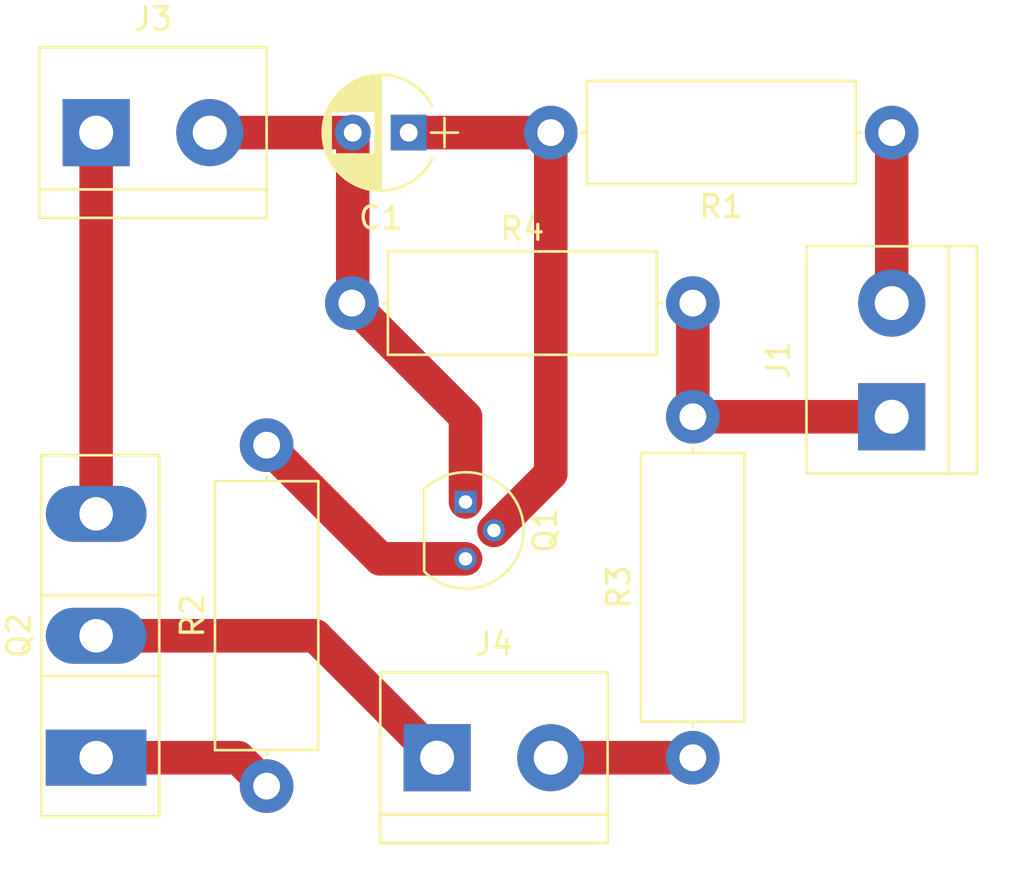
<source format=kicad_pcb>
(kicad_pcb (version 4) (host pcbnew 4.0.7)

  (general
    (links 13)
    (no_connects 0)
    (area 90.21 49.825 136.965 90.13)
    (thickness 1.6)
    (drawings 0)
    (tracks 19)
    (zones 0)
    (modules 10)
    (nets 10)
  )

  (page A4)
  (layers
    (0 F.Cu signal)
    (31 B.Cu signal)
    (32 B.Adhes user)
    (33 F.Adhes user)
    (34 B.Paste user)
    (35 F.Paste user)
    (36 B.SilkS user)
    (37 F.SilkS user)
    (38 B.Mask user)
    (39 F.Mask user)
    (40 Dwgs.User user)
    (41 Cmts.User user)
    (42 Eco1.User user)
    (43 Eco2.User user)
    (44 Edge.Cuts user)
    (45 Margin user)
    (46 B.CrtYd user)
    (47 F.CrtYd user)
    (48 B.Fab user)
    (49 F.Fab user)
  )

  (setup
    (last_trace_width 1.5)
    (trace_clearance 0.2)
    (zone_clearance 0.508)
    (zone_45_only no)
    (trace_min 0.2)
    (segment_width 0.2)
    (edge_width 0.15)
    (via_size 1.5)
    (via_drill 0.9)
    (via_min_size 0.4)
    (via_min_drill 0.3)
    (uvia_size 0.3)
    (uvia_drill 0.1)
    (uvias_allowed no)
    (uvia_min_size 0.2)
    (uvia_min_drill 0.1)
    (pcb_text_width 0.3)
    (pcb_text_size 1.5 1.5)
    (mod_edge_width 0.15)
    (mod_text_size 1 1)
    (mod_text_width 0.15)
    (pad_size 1.524 1.524)
    (pad_drill 0.762)
    (pad_to_mask_clearance 0.2)
    (aux_axis_origin 92.71 87.63)
    (visible_elements FFFFFF7F)
    (pcbplotparams
      (layerselection 0x00000_00000001)
      (usegerberextensions false)
      (excludeedgelayer true)
      (linewidth 0.100000)
      (plotframeref false)
      (viasonmask false)
      (mode 1)
      (useauxorigin true)
      (hpglpennumber 1)
      (hpglpenspeed 20)
      (hpglpendiameter 15)
      (hpglpenoverlay 2)
      (psnegative false)
      (psa4output false)
      (plotreference true)
      (plotvalue true)
      (plotinvisibletext false)
      (padsonsilk false)
      (subtractmaskfromsilk false)
      (outputformat 1)
      (mirror false)
      (drillshape 0)
      (scaleselection 1)
      (outputdirectory ./output))
  )

  (net 0 "")
  (net 1 "Net-(C1-Pad1)")
  (net 2 GND)
  (net 3 "Net-(J1-Pad1)")
  (net 4 "Net-(J1-Pad2)")
  (net 5 "Net-(J3-Pad1)")
  (net 6 "Net-(J4-Pad1)")
  (net 7 "Net-(J4-Pad2)")
  (net 8 "Net-(Q1-Pad3)")
  (net 9 "Net-(Q2-Pad1)")

  (net_class Default "This is the default net class."
    (clearance 0.2)
    (trace_width 1.5)
    (via_dia 1.5)
    (via_drill 0.9)
    (uvia_dia 0.3)
    (uvia_drill 0.1)
    (add_net GND)
    (add_net "Net-(C1-Pad1)")
    (add_net "Net-(J1-Pad1)")
    (add_net "Net-(J1-Pad2)")
    (add_net "Net-(J3-Pad1)")
    (add_net "Net-(J4-Pad1)")
    (add_net "Net-(J4-Pad2)")
    (add_net "Net-(Q1-Pad3)")
    (add_net "Net-(Q2-Pad1)")
  )

  (module Capacitors_THT:CP_Radial_D5.0mm_P2.50mm (layer F.Cu) (tedit 597BC7C2) (tstamp 5A6F9208)
    (at 109.22 55.88 180)
    (descr "CP, Radial series, Radial, pin pitch=2.50mm, , diameter=5mm, Electrolytic Capacitor")
    (tags "CP Radial series Radial pin pitch 2.50mm  diameter 5mm Electrolytic Capacitor")
    (path /5A6F8291)
    (fp_text reference C1 (at 1.25 -3.81 180) (layer F.SilkS)
      (effects (font (size 1 1) (thickness 0.15)))
    )
    (fp_text value CP47uF (at 1.25 3.81 180) (layer F.Fab)
      (effects (font (size 1 1) (thickness 0.15)))
    )
    (fp_arc (start 1.25 0) (end -1.05558 -1.18) (angle 125.8) (layer F.SilkS) (width 0.12))
    (fp_arc (start 1.25 0) (end -1.05558 1.18) (angle -125.8) (layer F.SilkS) (width 0.12))
    (fp_arc (start 1.25 0) (end 3.55558 -1.18) (angle 54.2) (layer F.SilkS) (width 0.12))
    (fp_circle (center 1.25 0) (end 3.75 0) (layer F.Fab) (width 0.1))
    (fp_line (start -2.2 0) (end -1 0) (layer F.Fab) (width 0.1))
    (fp_line (start -1.6 -0.65) (end -1.6 0.65) (layer F.Fab) (width 0.1))
    (fp_line (start 1.25 -2.55) (end 1.25 2.55) (layer F.SilkS) (width 0.12))
    (fp_line (start 1.29 -2.55) (end 1.29 2.55) (layer F.SilkS) (width 0.12))
    (fp_line (start 1.33 -2.549) (end 1.33 2.549) (layer F.SilkS) (width 0.12))
    (fp_line (start 1.37 -2.548) (end 1.37 2.548) (layer F.SilkS) (width 0.12))
    (fp_line (start 1.41 -2.546) (end 1.41 2.546) (layer F.SilkS) (width 0.12))
    (fp_line (start 1.45 -2.543) (end 1.45 2.543) (layer F.SilkS) (width 0.12))
    (fp_line (start 1.49 -2.539) (end 1.49 2.539) (layer F.SilkS) (width 0.12))
    (fp_line (start 1.53 -2.535) (end 1.53 -0.98) (layer F.SilkS) (width 0.12))
    (fp_line (start 1.53 0.98) (end 1.53 2.535) (layer F.SilkS) (width 0.12))
    (fp_line (start 1.57 -2.531) (end 1.57 -0.98) (layer F.SilkS) (width 0.12))
    (fp_line (start 1.57 0.98) (end 1.57 2.531) (layer F.SilkS) (width 0.12))
    (fp_line (start 1.61 -2.525) (end 1.61 -0.98) (layer F.SilkS) (width 0.12))
    (fp_line (start 1.61 0.98) (end 1.61 2.525) (layer F.SilkS) (width 0.12))
    (fp_line (start 1.65 -2.519) (end 1.65 -0.98) (layer F.SilkS) (width 0.12))
    (fp_line (start 1.65 0.98) (end 1.65 2.519) (layer F.SilkS) (width 0.12))
    (fp_line (start 1.69 -2.513) (end 1.69 -0.98) (layer F.SilkS) (width 0.12))
    (fp_line (start 1.69 0.98) (end 1.69 2.513) (layer F.SilkS) (width 0.12))
    (fp_line (start 1.73 -2.506) (end 1.73 -0.98) (layer F.SilkS) (width 0.12))
    (fp_line (start 1.73 0.98) (end 1.73 2.506) (layer F.SilkS) (width 0.12))
    (fp_line (start 1.77 -2.498) (end 1.77 -0.98) (layer F.SilkS) (width 0.12))
    (fp_line (start 1.77 0.98) (end 1.77 2.498) (layer F.SilkS) (width 0.12))
    (fp_line (start 1.81 -2.489) (end 1.81 -0.98) (layer F.SilkS) (width 0.12))
    (fp_line (start 1.81 0.98) (end 1.81 2.489) (layer F.SilkS) (width 0.12))
    (fp_line (start 1.85 -2.48) (end 1.85 -0.98) (layer F.SilkS) (width 0.12))
    (fp_line (start 1.85 0.98) (end 1.85 2.48) (layer F.SilkS) (width 0.12))
    (fp_line (start 1.89 -2.47) (end 1.89 -0.98) (layer F.SilkS) (width 0.12))
    (fp_line (start 1.89 0.98) (end 1.89 2.47) (layer F.SilkS) (width 0.12))
    (fp_line (start 1.93 -2.46) (end 1.93 -0.98) (layer F.SilkS) (width 0.12))
    (fp_line (start 1.93 0.98) (end 1.93 2.46) (layer F.SilkS) (width 0.12))
    (fp_line (start 1.971 -2.448) (end 1.971 -0.98) (layer F.SilkS) (width 0.12))
    (fp_line (start 1.971 0.98) (end 1.971 2.448) (layer F.SilkS) (width 0.12))
    (fp_line (start 2.011 -2.436) (end 2.011 -0.98) (layer F.SilkS) (width 0.12))
    (fp_line (start 2.011 0.98) (end 2.011 2.436) (layer F.SilkS) (width 0.12))
    (fp_line (start 2.051 -2.424) (end 2.051 -0.98) (layer F.SilkS) (width 0.12))
    (fp_line (start 2.051 0.98) (end 2.051 2.424) (layer F.SilkS) (width 0.12))
    (fp_line (start 2.091 -2.41) (end 2.091 -0.98) (layer F.SilkS) (width 0.12))
    (fp_line (start 2.091 0.98) (end 2.091 2.41) (layer F.SilkS) (width 0.12))
    (fp_line (start 2.131 -2.396) (end 2.131 -0.98) (layer F.SilkS) (width 0.12))
    (fp_line (start 2.131 0.98) (end 2.131 2.396) (layer F.SilkS) (width 0.12))
    (fp_line (start 2.171 -2.382) (end 2.171 -0.98) (layer F.SilkS) (width 0.12))
    (fp_line (start 2.171 0.98) (end 2.171 2.382) (layer F.SilkS) (width 0.12))
    (fp_line (start 2.211 -2.366) (end 2.211 -0.98) (layer F.SilkS) (width 0.12))
    (fp_line (start 2.211 0.98) (end 2.211 2.366) (layer F.SilkS) (width 0.12))
    (fp_line (start 2.251 -2.35) (end 2.251 -0.98) (layer F.SilkS) (width 0.12))
    (fp_line (start 2.251 0.98) (end 2.251 2.35) (layer F.SilkS) (width 0.12))
    (fp_line (start 2.291 -2.333) (end 2.291 -0.98) (layer F.SilkS) (width 0.12))
    (fp_line (start 2.291 0.98) (end 2.291 2.333) (layer F.SilkS) (width 0.12))
    (fp_line (start 2.331 -2.315) (end 2.331 -0.98) (layer F.SilkS) (width 0.12))
    (fp_line (start 2.331 0.98) (end 2.331 2.315) (layer F.SilkS) (width 0.12))
    (fp_line (start 2.371 -2.296) (end 2.371 -0.98) (layer F.SilkS) (width 0.12))
    (fp_line (start 2.371 0.98) (end 2.371 2.296) (layer F.SilkS) (width 0.12))
    (fp_line (start 2.411 -2.276) (end 2.411 -0.98) (layer F.SilkS) (width 0.12))
    (fp_line (start 2.411 0.98) (end 2.411 2.276) (layer F.SilkS) (width 0.12))
    (fp_line (start 2.451 -2.256) (end 2.451 -0.98) (layer F.SilkS) (width 0.12))
    (fp_line (start 2.451 0.98) (end 2.451 2.256) (layer F.SilkS) (width 0.12))
    (fp_line (start 2.491 -2.234) (end 2.491 -0.98) (layer F.SilkS) (width 0.12))
    (fp_line (start 2.491 0.98) (end 2.491 2.234) (layer F.SilkS) (width 0.12))
    (fp_line (start 2.531 -2.212) (end 2.531 -0.98) (layer F.SilkS) (width 0.12))
    (fp_line (start 2.531 0.98) (end 2.531 2.212) (layer F.SilkS) (width 0.12))
    (fp_line (start 2.571 -2.189) (end 2.571 -0.98) (layer F.SilkS) (width 0.12))
    (fp_line (start 2.571 0.98) (end 2.571 2.189) (layer F.SilkS) (width 0.12))
    (fp_line (start 2.611 -2.165) (end 2.611 -0.98) (layer F.SilkS) (width 0.12))
    (fp_line (start 2.611 0.98) (end 2.611 2.165) (layer F.SilkS) (width 0.12))
    (fp_line (start 2.651 -2.14) (end 2.651 -0.98) (layer F.SilkS) (width 0.12))
    (fp_line (start 2.651 0.98) (end 2.651 2.14) (layer F.SilkS) (width 0.12))
    (fp_line (start 2.691 -2.113) (end 2.691 -0.98) (layer F.SilkS) (width 0.12))
    (fp_line (start 2.691 0.98) (end 2.691 2.113) (layer F.SilkS) (width 0.12))
    (fp_line (start 2.731 -2.086) (end 2.731 -0.98) (layer F.SilkS) (width 0.12))
    (fp_line (start 2.731 0.98) (end 2.731 2.086) (layer F.SilkS) (width 0.12))
    (fp_line (start 2.771 -2.058) (end 2.771 -0.98) (layer F.SilkS) (width 0.12))
    (fp_line (start 2.771 0.98) (end 2.771 2.058) (layer F.SilkS) (width 0.12))
    (fp_line (start 2.811 -2.028) (end 2.811 -0.98) (layer F.SilkS) (width 0.12))
    (fp_line (start 2.811 0.98) (end 2.811 2.028) (layer F.SilkS) (width 0.12))
    (fp_line (start 2.851 -1.997) (end 2.851 -0.98) (layer F.SilkS) (width 0.12))
    (fp_line (start 2.851 0.98) (end 2.851 1.997) (layer F.SilkS) (width 0.12))
    (fp_line (start 2.891 -1.965) (end 2.891 -0.98) (layer F.SilkS) (width 0.12))
    (fp_line (start 2.891 0.98) (end 2.891 1.965) (layer F.SilkS) (width 0.12))
    (fp_line (start 2.931 -1.932) (end 2.931 -0.98) (layer F.SilkS) (width 0.12))
    (fp_line (start 2.931 0.98) (end 2.931 1.932) (layer F.SilkS) (width 0.12))
    (fp_line (start 2.971 -1.897) (end 2.971 -0.98) (layer F.SilkS) (width 0.12))
    (fp_line (start 2.971 0.98) (end 2.971 1.897) (layer F.SilkS) (width 0.12))
    (fp_line (start 3.011 -1.861) (end 3.011 -0.98) (layer F.SilkS) (width 0.12))
    (fp_line (start 3.011 0.98) (end 3.011 1.861) (layer F.SilkS) (width 0.12))
    (fp_line (start 3.051 -1.823) (end 3.051 -0.98) (layer F.SilkS) (width 0.12))
    (fp_line (start 3.051 0.98) (end 3.051 1.823) (layer F.SilkS) (width 0.12))
    (fp_line (start 3.091 -1.783) (end 3.091 -0.98) (layer F.SilkS) (width 0.12))
    (fp_line (start 3.091 0.98) (end 3.091 1.783) (layer F.SilkS) (width 0.12))
    (fp_line (start 3.131 -1.742) (end 3.131 -0.98) (layer F.SilkS) (width 0.12))
    (fp_line (start 3.131 0.98) (end 3.131 1.742) (layer F.SilkS) (width 0.12))
    (fp_line (start 3.171 -1.699) (end 3.171 -0.98) (layer F.SilkS) (width 0.12))
    (fp_line (start 3.171 0.98) (end 3.171 1.699) (layer F.SilkS) (width 0.12))
    (fp_line (start 3.211 -1.654) (end 3.211 -0.98) (layer F.SilkS) (width 0.12))
    (fp_line (start 3.211 0.98) (end 3.211 1.654) (layer F.SilkS) (width 0.12))
    (fp_line (start 3.251 -1.606) (end 3.251 -0.98) (layer F.SilkS) (width 0.12))
    (fp_line (start 3.251 0.98) (end 3.251 1.606) (layer F.SilkS) (width 0.12))
    (fp_line (start 3.291 -1.556) (end 3.291 -0.98) (layer F.SilkS) (width 0.12))
    (fp_line (start 3.291 0.98) (end 3.291 1.556) (layer F.SilkS) (width 0.12))
    (fp_line (start 3.331 -1.504) (end 3.331 -0.98) (layer F.SilkS) (width 0.12))
    (fp_line (start 3.331 0.98) (end 3.331 1.504) (layer F.SilkS) (width 0.12))
    (fp_line (start 3.371 -1.448) (end 3.371 -0.98) (layer F.SilkS) (width 0.12))
    (fp_line (start 3.371 0.98) (end 3.371 1.448) (layer F.SilkS) (width 0.12))
    (fp_line (start 3.411 -1.39) (end 3.411 -0.98) (layer F.SilkS) (width 0.12))
    (fp_line (start 3.411 0.98) (end 3.411 1.39) (layer F.SilkS) (width 0.12))
    (fp_line (start 3.451 -1.327) (end 3.451 -0.98) (layer F.SilkS) (width 0.12))
    (fp_line (start 3.451 0.98) (end 3.451 1.327) (layer F.SilkS) (width 0.12))
    (fp_line (start 3.491 -1.261) (end 3.491 1.261) (layer F.SilkS) (width 0.12))
    (fp_line (start 3.531 -1.189) (end 3.531 1.189) (layer F.SilkS) (width 0.12))
    (fp_line (start 3.571 -1.112) (end 3.571 1.112) (layer F.SilkS) (width 0.12))
    (fp_line (start 3.611 -1.028) (end 3.611 1.028) (layer F.SilkS) (width 0.12))
    (fp_line (start 3.651 -0.934) (end 3.651 0.934) (layer F.SilkS) (width 0.12))
    (fp_line (start 3.691 -0.829) (end 3.691 0.829) (layer F.SilkS) (width 0.12))
    (fp_line (start 3.731 -0.707) (end 3.731 0.707) (layer F.SilkS) (width 0.12))
    (fp_line (start 3.771 -0.559) (end 3.771 0.559) (layer F.SilkS) (width 0.12))
    (fp_line (start 3.811 -0.354) (end 3.811 0.354) (layer F.SilkS) (width 0.12))
    (fp_line (start -2.2 0) (end -1 0) (layer F.SilkS) (width 0.12))
    (fp_line (start -1.6 -0.65) (end -1.6 0.65) (layer F.SilkS) (width 0.12))
    (fp_line (start -1.6 -2.85) (end -1.6 2.85) (layer F.CrtYd) (width 0.05))
    (fp_line (start -1.6 2.85) (end 4.1 2.85) (layer F.CrtYd) (width 0.05))
    (fp_line (start 4.1 2.85) (end 4.1 -2.85) (layer F.CrtYd) (width 0.05))
    (fp_line (start 4.1 -2.85) (end -1.6 -2.85) (layer F.CrtYd) (width 0.05))
    (fp_text user %R (at 1.25 0 180) (layer F.Fab)
      (effects (font (size 1 1) (thickness 0.15)))
    )
    (pad 1 thru_hole rect (at 0 0 180) (size 1.6 1.6) (drill 0.8) (layers *.Cu *.Mask)
      (net 1 "Net-(C1-Pad1)"))
    (pad 2 thru_hole circle (at 2.5 0 180) (size 1.6 1.6) (drill 0.8) (layers *.Cu *.Mask)
      (net 2 GND))
    (model ${KISYS3DMOD}/Capacitors_THT.3dshapes/CP_Radial_D5.0mm_P2.50mm.wrl
      (at (xyz 0 0 0))
      (scale (xyz 1 1 1))
      (rotate (xyz 0 0 0))
    )
  )

  (module Connectors_Terminal_Blocks:TerminalBlock_bornier-2_P5.08mm (layer F.Cu) (tedit 59FF03AB) (tstamp 5A6F920E)
    (at 130.81 68.58 90)
    (descr "simple 2-pin terminal block, pitch 5.08mm, revamped version of bornier2")
    (tags "terminal block bornier2")
    (path /5A6F81E8)
    (fp_text reference J1 (at 2.54 -5.08 90) (layer F.SilkS)
      (effects (font (size 1 1) (thickness 0.15)))
    )
    (fp_text value Control_In (at 2.54 5.08 90) (layer F.Fab)
      (effects (font (size 1 1) (thickness 0.15)))
    )
    (fp_text user %R (at 2.54 0 90) (layer F.Fab)
      (effects (font (size 1 1) (thickness 0.15)))
    )
    (fp_line (start -2.41 2.55) (end 7.49 2.55) (layer F.Fab) (width 0.1))
    (fp_line (start -2.46 -3.75) (end -2.46 3.75) (layer F.Fab) (width 0.1))
    (fp_line (start -2.46 3.75) (end 7.54 3.75) (layer F.Fab) (width 0.1))
    (fp_line (start 7.54 3.75) (end 7.54 -3.75) (layer F.Fab) (width 0.1))
    (fp_line (start 7.54 -3.75) (end -2.46 -3.75) (layer F.Fab) (width 0.1))
    (fp_line (start 7.62 2.54) (end -2.54 2.54) (layer F.SilkS) (width 0.12))
    (fp_line (start 7.62 3.81) (end 7.62 -3.81) (layer F.SilkS) (width 0.12))
    (fp_line (start 7.62 -3.81) (end -2.54 -3.81) (layer F.SilkS) (width 0.12))
    (fp_line (start -2.54 -3.81) (end -2.54 3.81) (layer F.SilkS) (width 0.12))
    (fp_line (start -2.54 3.81) (end 7.62 3.81) (layer F.SilkS) (width 0.12))
    (fp_line (start -2.71 -4) (end 7.79 -4) (layer F.CrtYd) (width 0.05))
    (fp_line (start -2.71 -4) (end -2.71 4) (layer F.CrtYd) (width 0.05))
    (fp_line (start 7.79 4) (end 7.79 -4) (layer F.CrtYd) (width 0.05))
    (fp_line (start 7.79 4) (end -2.71 4) (layer F.CrtYd) (width 0.05))
    (pad 1 thru_hole rect (at 0 0 90) (size 3 3) (drill 1.52) (layers *.Cu *.Mask)
      (net 3 "Net-(J1-Pad1)"))
    (pad 2 thru_hole circle (at 5.08 0 90) (size 3 3) (drill 1.52) (layers *.Cu *.Mask)
      (net 4 "Net-(J1-Pad2)"))
    (model ${KISYS3DMOD}/Terminal_Blocks.3dshapes/TerminalBlock_bornier-2_P5.08mm.wrl
      (at (xyz 0.1 0 0))
      (scale (xyz 1 1 1))
      (rotate (xyz 0 0 0))
    )
  )

  (module Connectors_Terminal_Blocks:TerminalBlock_bornier-2_P5.08mm (layer F.Cu) (tedit 59FF03AB) (tstamp 5A6F9214)
    (at 95.25 55.88)
    (descr "simple 2-pin terminal block, pitch 5.08mm, revamped version of bornier2")
    (tags "terminal block bornier2")
    (path /5A6F7B05)
    (fp_text reference J3 (at 2.54 -5.08) (layer F.SilkS)
      (effects (font (size 1 1) (thickness 0.15)))
    )
    (fp_text value Batt (at 2.54 5.08) (layer F.Fab)
      (effects (font (size 1 1) (thickness 0.15)))
    )
    (fp_text user %R (at 2.54 0) (layer F.Fab)
      (effects (font (size 1 1) (thickness 0.15)))
    )
    (fp_line (start -2.41 2.55) (end 7.49 2.55) (layer F.Fab) (width 0.1))
    (fp_line (start -2.46 -3.75) (end -2.46 3.75) (layer F.Fab) (width 0.1))
    (fp_line (start -2.46 3.75) (end 7.54 3.75) (layer F.Fab) (width 0.1))
    (fp_line (start 7.54 3.75) (end 7.54 -3.75) (layer F.Fab) (width 0.1))
    (fp_line (start 7.54 -3.75) (end -2.46 -3.75) (layer F.Fab) (width 0.1))
    (fp_line (start 7.62 2.54) (end -2.54 2.54) (layer F.SilkS) (width 0.12))
    (fp_line (start 7.62 3.81) (end 7.62 -3.81) (layer F.SilkS) (width 0.12))
    (fp_line (start 7.62 -3.81) (end -2.54 -3.81) (layer F.SilkS) (width 0.12))
    (fp_line (start -2.54 -3.81) (end -2.54 3.81) (layer F.SilkS) (width 0.12))
    (fp_line (start -2.54 3.81) (end 7.62 3.81) (layer F.SilkS) (width 0.12))
    (fp_line (start -2.71 -4) (end 7.79 -4) (layer F.CrtYd) (width 0.05))
    (fp_line (start -2.71 -4) (end -2.71 4) (layer F.CrtYd) (width 0.05))
    (fp_line (start 7.79 4) (end 7.79 -4) (layer F.CrtYd) (width 0.05))
    (fp_line (start 7.79 4) (end -2.71 4) (layer F.CrtYd) (width 0.05))
    (pad 1 thru_hole rect (at 0 0) (size 3 3) (drill 1.52) (layers *.Cu *.Mask)
      (net 5 "Net-(J3-Pad1)"))
    (pad 2 thru_hole circle (at 5.08 0) (size 3 3) (drill 1.52) (layers *.Cu *.Mask)
      (net 2 GND))
    (model ${KISYS3DMOD}/Terminal_Blocks.3dshapes/TerminalBlock_bornier-2_P5.08mm.wrl
      (at (xyz 0.1 0 0))
      (scale (xyz 1 1 1))
      (rotate (xyz 0 0 0))
    )
  )

  (module Connectors_Terminal_Blocks:TerminalBlock_bornier-2_P5.08mm (layer F.Cu) (tedit 59FF03AB) (tstamp 5A6F921A)
    (at 110.49 83.82)
    (descr "simple 2-pin terminal block, pitch 5.08mm, revamped version of bornier2")
    (tags "terminal block bornier2")
    (path /5A6F8AC2)
    (fp_text reference J4 (at 2.54 -5.08) (layer F.SilkS)
      (effects (font (size 1 1) (thickness 0.15)))
    )
    (fp_text value Feedback (at 2.54 5.08) (layer F.Fab)
      (effects (font (size 1 1) (thickness 0.15)))
    )
    (fp_text user %R (at 2.54 0) (layer F.Fab)
      (effects (font (size 1 1) (thickness 0.15)))
    )
    (fp_line (start -2.41 2.55) (end 7.49 2.55) (layer F.Fab) (width 0.1))
    (fp_line (start -2.46 -3.75) (end -2.46 3.75) (layer F.Fab) (width 0.1))
    (fp_line (start -2.46 3.75) (end 7.54 3.75) (layer F.Fab) (width 0.1))
    (fp_line (start 7.54 3.75) (end 7.54 -3.75) (layer F.Fab) (width 0.1))
    (fp_line (start 7.54 -3.75) (end -2.46 -3.75) (layer F.Fab) (width 0.1))
    (fp_line (start 7.62 2.54) (end -2.54 2.54) (layer F.SilkS) (width 0.12))
    (fp_line (start 7.62 3.81) (end 7.62 -3.81) (layer F.SilkS) (width 0.12))
    (fp_line (start 7.62 -3.81) (end -2.54 -3.81) (layer F.SilkS) (width 0.12))
    (fp_line (start -2.54 -3.81) (end -2.54 3.81) (layer F.SilkS) (width 0.12))
    (fp_line (start -2.54 3.81) (end 7.62 3.81) (layer F.SilkS) (width 0.12))
    (fp_line (start -2.71 -4) (end 7.79 -4) (layer F.CrtYd) (width 0.05))
    (fp_line (start -2.71 -4) (end -2.71 4) (layer F.CrtYd) (width 0.05))
    (fp_line (start 7.79 4) (end 7.79 -4) (layer F.CrtYd) (width 0.05))
    (fp_line (start 7.79 4) (end -2.71 4) (layer F.CrtYd) (width 0.05))
    (pad 1 thru_hole rect (at 0 0) (size 3 3) (drill 1.52) (layers *.Cu *.Mask)
      (net 6 "Net-(J4-Pad1)"))
    (pad 2 thru_hole circle (at 5.08 0) (size 3 3) (drill 1.52) (layers *.Cu *.Mask)
      (net 7 "Net-(J4-Pad2)"))
    (model ${KISYS3DMOD}/Terminal_Blocks.3dshapes/TerminalBlock_bornier-2_P5.08mm.wrl
      (at (xyz 0.1 0 0))
      (scale (xyz 1 1 1))
      (rotate (xyz 0 0 0))
    )
  )

  (module TO_SOT_Packages_THT:TO-92_Molded_Narrow (layer F.Cu) (tedit 58CE52AF) (tstamp 5A6F9221)
    (at 111.76 72.39 270)
    (descr "TO-92 leads molded, narrow, drill 0.6mm (see NXP sot054_po.pdf)")
    (tags "to-92 sc-43 sc-43a sot54 PA33 transistor")
    (path /5A6F7025)
    (fp_text reference Q1 (at 1.27 -3.56 270) (layer F.SilkS)
      (effects (font (size 1 1) (thickness 0.15)))
    )
    (fp_text value 2N3904 (at 1.27 2.79 270) (layer F.Fab)
      (effects (font (size 1 1) (thickness 0.15)))
    )
    (fp_text user %R (at 1.27 -3.56 270) (layer F.Fab)
      (effects (font (size 1 1) (thickness 0.15)))
    )
    (fp_line (start -0.53 1.85) (end 3.07 1.85) (layer F.SilkS) (width 0.12))
    (fp_line (start -0.5 1.75) (end 3 1.75) (layer F.Fab) (width 0.1))
    (fp_line (start -1.46 -2.73) (end 4 -2.73) (layer F.CrtYd) (width 0.05))
    (fp_line (start -1.46 -2.73) (end -1.46 2.01) (layer F.CrtYd) (width 0.05))
    (fp_line (start 4 2.01) (end 4 -2.73) (layer F.CrtYd) (width 0.05))
    (fp_line (start 4 2.01) (end -1.46 2.01) (layer F.CrtYd) (width 0.05))
    (fp_arc (start 1.27 0) (end 1.27 -2.48) (angle 135) (layer F.Fab) (width 0.1))
    (fp_arc (start 1.27 0) (end 1.27 -2.6) (angle -135) (layer F.SilkS) (width 0.12))
    (fp_arc (start 1.27 0) (end 1.27 -2.48) (angle -135) (layer F.Fab) (width 0.1))
    (fp_arc (start 1.27 0) (end 1.27 -2.6) (angle 135) (layer F.SilkS) (width 0.12))
    (pad 2 thru_hole circle (at 1.27 -1.27) (size 1 1) (drill 0.6) (layers *.Cu *.Mask)
      (net 1 "Net-(C1-Pad1)"))
    (pad 3 thru_hole circle (at 2.54 0) (size 1 1) (drill 0.6) (layers *.Cu *.Mask)
      (net 8 "Net-(Q1-Pad3)"))
    (pad 1 thru_hole rect (at 0 0) (size 1 1) (drill 0.6) (layers *.Cu *.Mask)
      (net 2 GND))
    (model ${KISYS3DMOD}/TO_SOT_Packages_THT.3dshapes/TO-92_Molded_Narrow.wrl
      (at (xyz 0.05 0 0))
      (scale (xyz 1 1 1))
      (rotate (xyz 0 0 -90))
    )
  )

  (module TO_SOT_Packages_THT:TO-247_TO-3P_Vertical (layer F.Cu) (tedit 58CE52AE) (tstamp 5A6F9228)
    (at 95.25 83.82 90)
    (descr "TO-247, Vertical, RM 5.45mm, TO-3P")
    (tags "TO-247 Vertical RM 5.45mm TO-3P")
    (path /5A6F712E)
    (fp_text reference Q2 (at 5.45 -3.45 90) (layer F.SilkS)
      (effects (font (size 1 1) (thickness 0.15)))
    )
    (fp_text value TIP34 (at 5.45 6.07 90) (layer F.Fab)
      (effects (font (size 1 1) (thickness 0.15)))
    )
    (fp_text user %R (at 5.45 -3.45 90) (layer F.Fab)
      (effects (font (size 1 1) (thickness 0.15)))
    )
    (fp_line (start -2.5 -2.33) (end -2.5 2.7) (layer F.Fab) (width 0.1))
    (fp_line (start -2.5 2.7) (end 13.4 2.7) (layer F.Fab) (width 0.1))
    (fp_line (start 13.4 2.7) (end 13.4 -2.33) (layer F.Fab) (width 0.1))
    (fp_line (start 13.4 -2.33) (end -2.5 -2.33) (layer F.Fab) (width 0.1))
    (fp_line (start 3.645 -2.33) (end 3.645 2.7) (layer F.Fab) (width 0.1))
    (fp_line (start 7.255 -2.33) (end 7.255 2.7) (layer F.Fab) (width 0.1))
    (fp_line (start -2.62 -2.451) (end 13.52 -2.451) (layer F.SilkS) (width 0.12))
    (fp_line (start -2.62 2.82) (end 13.52 2.82) (layer F.SilkS) (width 0.12))
    (fp_line (start -2.62 -2.451) (end -2.62 2.82) (layer F.SilkS) (width 0.12))
    (fp_line (start 13.52 -2.451) (end 13.52 2.82) (layer F.SilkS) (width 0.12))
    (fp_line (start 3.646 -2.451) (end 3.646 2.82) (layer F.SilkS) (width 0.12))
    (fp_line (start 7.255 -2.451) (end 7.255 2.82) (layer F.SilkS) (width 0.12))
    (fp_line (start -2.75 -2.59) (end -2.75 2.95) (layer F.CrtYd) (width 0.05))
    (fp_line (start -2.75 2.95) (end 13.65 2.95) (layer F.CrtYd) (width 0.05))
    (fp_line (start 13.65 2.95) (end 13.65 -2.59) (layer F.CrtYd) (width 0.05))
    (fp_line (start 13.65 -2.59) (end -2.75 -2.59) (layer F.CrtYd) (width 0.05))
    (pad 1 thru_hole rect (at 0 0 90) (size 2.5 4.5) (drill 1.5) (layers *.Cu *.Mask)
      (net 9 "Net-(Q2-Pad1)"))
    (pad 2 thru_hole oval (at 5.45 0 90) (size 2.5 4.5) (drill 1.5) (layers *.Cu *.Mask)
      (net 6 "Net-(J4-Pad1)"))
    (pad 3 thru_hole oval (at 10.9 0 90) (size 2.5 4.5) (drill 1.5) (layers *.Cu *.Mask)
      (net 5 "Net-(J3-Pad1)"))
    (model ${KISYS3DMOD}/TO_SOT_Packages_THT.3dshapes/TO-247_TO-3P_Vertical.wrl
      (at (xyz 0.212598 0 0))
      (scale (xyz 1 1 1))
      (rotate (xyz 0 0 0))
    )
  )

  (module Resistors_THT:R_Axial_DIN0414_L11.9mm_D4.5mm_P15.24mm_Horizontal (layer F.Cu) (tedit 5874F706) (tstamp 5A6F922E)
    (at 130.81 55.88 180)
    (descr "Resistor, Axial_DIN0414 series, Axial, Horizontal, pin pitch=15.24mm, 2W, length*diameter=11.9*4.5mm^2, http://www.vishay.com/docs/20128/wkxwrx.pdf")
    (tags "Resistor Axial_DIN0414 series Axial Horizontal pin pitch 15.24mm 2W length 11.9mm diameter 4.5mm")
    (path /5A6F7A71)
    (fp_text reference R1 (at 7.62 -3.31 180) (layer F.SilkS)
      (effects (font (size 1 1) (thickness 0.15)))
    )
    (fp_text value R680K (at 7.62 3.31 180) (layer F.Fab)
      (effects (font (size 1 1) (thickness 0.15)))
    )
    (fp_line (start 1.67 -2.25) (end 1.67 2.25) (layer F.Fab) (width 0.1))
    (fp_line (start 1.67 2.25) (end 13.57 2.25) (layer F.Fab) (width 0.1))
    (fp_line (start 13.57 2.25) (end 13.57 -2.25) (layer F.Fab) (width 0.1))
    (fp_line (start 13.57 -2.25) (end 1.67 -2.25) (layer F.Fab) (width 0.1))
    (fp_line (start 0 0) (end 1.67 0) (layer F.Fab) (width 0.1))
    (fp_line (start 15.24 0) (end 13.57 0) (layer F.Fab) (width 0.1))
    (fp_line (start 1.61 -2.31) (end 1.61 2.31) (layer F.SilkS) (width 0.12))
    (fp_line (start 1.61 2.31) (end 13.63 2.31) (layer F.SilkS) (width 0.12))
    (fp_line (start 13.63 2.31) (end 13.63 -2.31) (layer F.SilkS) (width 0.12))
    (fp_line (start 13.63 -2.31) (end 1.61 -2.31) (layer F.SilkS) (width 0.12))
    (fp_line (start 1.38 0) (end 1.61 0) (layer F.SilkS) (width 0.12))
    (fp_line (start 13.86 0) (end 13.63 0) (layer F.SilkS) (width 0.12))
    (fp_line (start -1.45 -2.6) (end -1.45 2.6) (layer F.CrtYd) (width 0.05))
    (fp_line (start -1.45 2.6) (end 16.7 2.6) (layer F.CrtYd) (width 0.05))
    (fp_line (start 16.7 2.6) (end 16.7 -2.6) (layer F.CrtYd) (width 0.05))
    (fp_line (start 16.7 -2.6) (end -1.45 -2.6) (layer F.CrtYd) (width 0.05))
    (pad 1 thru_hole circle (at 0 0 180) (size 2.4 2.4) (drill 1.2) (layers *.Cu *.Mask)
      (net 4 "Net-(J1-Pad2)"))
    (pad 2 thru_hole oval (at 15.24 0 180) (size 2.4 2.4) (drill 1.2) (layers *.Cu *.Mask)
      (net 1 "Net-(C1-Pad1)"))
    (model ${KISYS3DMOD}/Resistors_THT.3dshapes/R_Axial_DIN0414_L11.9mm_D4.5mm_P15.24mm_Horizontal.wrl
      (at (xyz 0 0 0))
      (scale (xyz 0.393701 0.393701 0.393701))
      (rotate (xyz 0 0 0))
    )
  )

  (module Resistors_THT:R_Axial_DIN0414_L11.9mm_D4.5mm_P15.24mm_Horizontal (layer F.Cu) (tedit 5874F706) (tstamp 5A6F9234)
    (at 102.87 85.09 90)
    (descr "Resistor, Axial_DIN0414 series, Axial, Horizontal, pin pitch=15.24mm, 2W, length*diameter=11.9*4.5mm^2, http://www.vishay.com/docs/20128/wkxwrx.pdf")
    (tags "Resistor Axial_DIN0414 series Axial Horizontal pin pitch 15.24mm 2W length 11.9mm diameter 4.5mm")
    (path /5A6F7773)
    (fp_text reference R2 (at 7.62 -3.31 90) (layer F.SilkS)
      (effects (font (size 1 1) (thickness 0.15)))
    )
    (fp_text value R10K (at 7.62 3.31 90) (layer F.Fab)
      (effects (font (size 1 1) (thickness 0.15)))
    )
    (fp_line (start 1.67 -2.25) (end 1.67 2.25) (layer F.Fab) (width 0.1))
    (fp_line (start 1.67 2.25) (end 13.57 2.25) (layer F.Fab) (width 0.1))
    (fp_line (start 13.57 2.25) (end 13.57 -2.25) (layer F.Fab) (width 0.1))
    (fp_line (start 13.57 -2.25) (end 1.67 -2.25) (layer F.Fab) (width 0.1))
    (fp_line (start 0 0) (end 1.67 0) (layer F.Fab) (width 0.1))
    (fp_line (start 15.24 0) (end 13.57 0) (layer F.Fab) (width 0.1))
    (fp_line (start 1.61 -2.31) (end 1.61 2.31) (layer F.SilkS) (width 0.12))
    (fp_line (start 1.61 2.31) (end 13.63 2.31) (layer F.SilkS) (width 0.12))
    (fp_line (start 13.63 2.31) (end 13.63 -2.31) (layer F.SilkS) (width 0.12))
    (fp_line (start 13.63 -2.31) (end 1.61 -2.31) (layer F.SilkS) (width 0.12))
    (fp_line (start 1.38 0) (end 1.61 0) (layer F.SilkS) (width 0.12))
    (fp_line (start 13.86 0) (end 13.63 0) (layer F.SilkS) (width 0.12))
    (fp_line (start -1.45 -2.6) (end -1.45 2.6) (layer F.CrtYd) (width 0.05))
    (fp_line (start -1.45 2.6) (end 16.7 2.6) (layer F.CrtYd) (width 0.05))
    (fp_line (start 16.7 2.6) (end 16.7 -2.6) (layer F.CrtYd) (width 0.05))
    (fp_line (start 16.7 -2.6) (end -1.45 -2.6) (layer F.CrtYd) (width 0.05))
    (pad 1 thru_hole circle (at 0 0 90) (size 2.4 2.4) (drill 1.2) (layers *.Cu *.Mask)
      (net 9 "Net-(Q2-Pad1)"))
    (pad 2 thru_hole oval (at 15.24 0 90) (size 2.4 2.4) (drill 1.2) (layers *.Cu *.Mask)
      (net 8 "Net-(Q1-Pad3)"))
    (model ${KISYS3DMOD}/Resistors_THT.3dshapes/R_Axial_DIN0414_L11.9mm_D4.5mm_P15.24mm_Horizontal.wrl
      (at (xyz 0 0 0))
      (scale (xyz 0.393701 0.393701 0.393701))
      (rotate (xyz 0 0 0))
    )
  )

  (module Resistors_THT:R_Axial_DIN0414_L11.9mm_D4.5mm_P15.24mm_Horizontal (layer F.Cu) (tedit 5874F706) (tstamp 5A6F923A)
    (at 121.92 83.82 90)
    (descr "Resistor, Axial_DIN0414 series, Axial, Horizontal, pin pitch=15.24mm, 2W, length*diameter=11.9*4.5mm^2, http://www.vishay.com/docs/20128/wkxwrx.pdf")
    (tags "Resistor Axial_DIN0414 series Axial Horizontal pin pitch 15.24mm 2W length 11.9mm diameter 4.5mm")
    (path /5A6F8B76)
    (fp_text reference R3 (at 7.62 -3.31 90) (layer F.SilkS)
      (effects (font (size 1 1) (thickness 0.15)))
    )
    (fp_text value R (at 7.62 3.31 90) (layer F.Fab)
      (effects (font (size 1 1) (thickness 0.15)))
    )
    (fp_line (start 1.67 -2.25) (end 1.67 2.25) (layer F.Fab) (width 0.1))
    (fp_line (start 1.67 2.25) (end 13.57 2.25) (layer F.Fab) (width 0.1))
    (fp_line (start 13.57 2.25) (end 13.57 -2.25) (layer F.Fab) (width 0.1))
    (fp_line (start 13.57 -2.25) (end 1.67 -2.25) (layer F.Fab) (width 0.1))
    (fp_line (start 0 0) (end 1.67 0) (layer F.Fab) (width 0.1))
    (fp_line (start 15.24 0) (end 13.57 0) (layer F.Fab) (width 0.1))
    (fp_line (start 1.61 -2.31) (end 1.61 2.31) (layer F.SilkS) (width 0.12))
    (fp_line (start 1.61 2.31) (end 13.63 2.31) (layer F.SilkS) (width 0.12))
    (fp_line (start 13.63 2.31) (end 13.63 -2.31) (layer F.SilkS) (width 0.12))
    (fp_line (start 13.63 -2.31) (end 1.61 -2.31) (layer F.SilkS) (width 0.12))
    (fp_line (start 1.38 0) (end 1.61 0) (layer F.SilkS) (width 0.12))
    (fp_line (start 13.86 0) (end 13.63 0) (layer F.SilkS) (width 0.12))
    (fp_line (start -1.45 -2.6) (end -1.45 2.6) (layer F.CrtYd) (width 0.05))
    (fp_line (start -1.45 2.6) (end 16.7 2.6) (layer F.CrtYd) (width 0.05))
    (fp_line (start 16.7 2.6) (end 16.7 -2.6) (layer F.CrtYd) (width 0.05))
    (fp_line (start 16.7 -2.6) (end -1.45 -2.6) (layer F.CrtYd) (width 0.05))
    (pad 1 thru_hole circle (at 0 0 90) (size 2.4 2.4) (drill 1.2) (layers *.Cu *.Mask)
      (net 7 "Net-(J4-Pad2)"))
    (pad 2 thru_hole oval (at 15.24 0 90) (size 2.4 2.4) (drill 1.2) (layers *.Cu *.Mask)
      (net 3 "Net-(J1-Pad1)"))
    (model ${KISYS3DMOD}/Resistors_THT.3dshapes/R_Axial_DIN0414_L11.9mm_D4.5mm_P15.24mm_Horizontal.wrl
      (at (xyz 0 0 0))
      (scale (xyz 0.393701 0.393701 0.393701))
      (rotate (xyz 0 0 0))
    )
  )

  (module Resistors_THT:R_Axial_DIN0414_L11.9mm_D4.5mm_P15.24mm_Horizontal (layer F.Cu) (tedit 5874F706) (tstamp 5A6F9240)
    (at 106.68 63.5)
    (descr "Resistor, Axial_DIN0414 series, Axial, Horizontal, pin pitch=15.24mm, 2W, length*diameter=11.9*4.5mm^2, http://www.vishay.com/docs/20128/wkxwrx.pdf")
    (tags "Resistor Axial_DIN0414 series Axial Horizontal pin pitch 15.24mm 2W length 11.9mm diameter 4.5mm")
    (path /5A6F8BDB)
    (fp_text reference R4 (at 7.62 -3.31) (layer F.SilkS)
      (effects (font (size 1 1) (thickness 0.15)))
    )
    (fp_text value R (at 7.62 3.31) (layer F.Fab)
      (effects (font (size 1 1) (thickness 0.15)))
    )
    (fp_line (start 1.67 -2.25) (end 1.67 2.25) (layer F.Fab) (width 0.1))
    (fp_line (start 1.67 2.25) (end 13.57 2.25) (layer F.Fab) (width 0.1))
    (fp_line (start 13.57 2.25) (end 13.57 -2.25) (layer F.Fab) (width 0.1))
    (fp_line (start 13.57 -2.25) (end 1.67 -2.25) (layer F.Fab) (width 0.1))
    (fp_line (start 0 0) (end 1.67 0) (layer F.Fab) (width 0.1))
    (fp_line (start 15.24 0) (end 13.57 0) (layer F.Fab) (width 0.1))
    (fp_line (start 1.61 -2.31) (end 1.61 2.31) (layer F.SilkS) (width 0.12))
    (fp_line (start 1.61 2.31) (end 13.63 2.31) (layer F.SilkS) (width 0.12))
    (fp_line (start 13.63 2.31) (end 13.63 -2.31) (layer F.SilkS) (width 0.12))
    (fp_line (start 13.63 -2.31) (end 1.61 -2.31) (layer F.SilkS) (width 0.12))
    (fp_line (start 1.38 0) (end 1.61 0) (layer F.SilkS) (width 0.12))
    (fp_line (start 13.86 0) (end 13.63 0) (layer F.SilkS) (width 0.12))
    (fp_line (start -1.45 -2.6) (end -1.45 2.6) (layer F.CrtYd) (width 0.05))
    (fp_line (start -1.45 2.6) (end 16.7 2.6) (layer F.CrtYd) (width 0.05))
    (fp_line (start 16.7 2.6) (end 16.7 -2.6) (layer F.CrtYd) (width 0.05))
    (fp_line (start 16.7 -2.6) (end -1.45 -2.6) (layer F.CrtYd) (width 0.05))
    (pad 1 thru_hole circle (at 0 0) (size 2.4 2.4) (drill 1.2) (layers *.Cu *.Mask)
      (net 2 GND))
    (pad 2 thru_hole oval (at 15.24 0) (size 2.4 2.4) (drill 1.2) (layers *.Cu *.Mask)
      (net 3 "Net-(J1-Pad1)"))
    (model ${KISYS3DMOD}/Resistors_THT.3dshapes/R_Axial_DIN0414_L11.9mm_D4.5mm_P15.24mm_Horizontal.wrl
      (at (xyz 0 0 0))
      (scale (xyz 0.393701 0.393701 0.393701))
      (rotate (xyz 0 0 0))
    )
  )

  (segment (start 115.57 55.88) (end 115.57 71.12) (width 1.5) (layer F.Cu) (net 1) (status 400000))
  (segment (start 115.57 71.12) (end 113.03 73.66) (width 1.5) (layer F.Cu) (net 1) (tstamp 5A6FAC37) (status 800000))
  (segment (start 115.57 55.88) (end 109.22 55.88) (width 1.5) (layer F.Cu) (net 1) (status C00000))
  (segment (start 100.33 55.88) (end 106.72 55.88) (width 1.5) (layer F.Cu) (net 2) (status C00000))
  (segment (start 106.72 55.88) (end 106.72 63.46) (width 1.5) (layer F.Cu) (net 2) (status C00000))
  (segment (start 106.72 63.46) (end 106.68 63.5) (width 1.5) (layer F.Cu) (net 2) (tstamp 5A6FAC49) (status C00000))
  (segment (start 111.76 72.39) (end 111.76 68.58) (width 1.5) (layer F.Cu) (net 2) (status 400000))
  (segment (start 111.76 68.58) (end 106.68 63.5) (width 1.5) (layer F.Cu) (net 2) (tstamp 5A6FAC43) (status 800000))
  (segment (start 121.92 63.5) (end 121.92 68.58) (width 1.5) (layer F.Cu) (net 3) (status C00000))
  (segment (start 121.92 68.58) (end 130.81 68.58) (width 1.5) (layer F.Cu) (net 3) (tstamp 5A6FAC25) (status C00000))
  (segment (start 130.81 55.88) (end 130.81 63.5) (width 1.5) (layer F.Cu) (net 4) (status C00000))
  (segment (start 95.25 55.88) (end 95.25 72.92) (width 1.5) (layer F.Cu) (net 5) (status C00000))
  (segment (start 95.25 78.37) (end 105.04 78.37) (width 1.5) (layer F.Cu) (net 6) (status 400000))
  (segment (start 105.04 78.37) (end 110.49 83.82) (width 1.5) (layer F.Cu) (net 6) (tstamp 5A6FAC68) (status 800000))
  (segment (start 115.57 83.82) (end 121.92 83.82) (width 1.5) (layer F.Cu) (net 7) (status C00000))
  (segment (start 111.76 74.93) (end 107.95 74.93) (width 1.5) (layer F.Cu) (net 8) (status 400000))
  (segment (start 107.95 74.93) (end 102.87 69.85) (width 1.5) (layer F.Cu) (net 8) (tstamp 5A6FAC5A) (status 800000))
  (segment (start 95.25 83.82) (end 101.6 83.82) (width 1.5) (layer F.Cu) (net 9) (status 400000))
  (segment (start 101.6 83.82) (end 102.87 85.09) (width 1.5) (layer F.Cu) (net 9) (tstamp 5A6FAC75) (status 800000))

)

</source>
